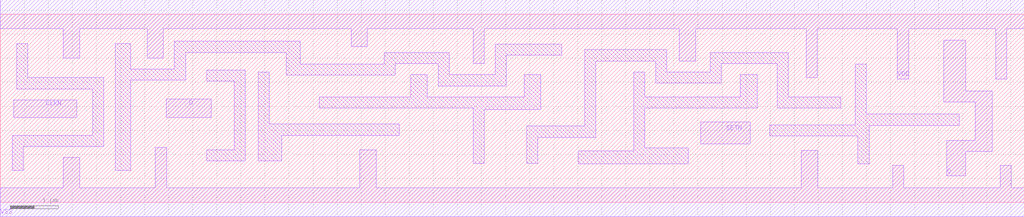
<source format=lef>
# Copyright 2022 GlobalFoundries PDK Authors
#
# Licensed under the Apache License, Version 2.0 (the "License");
# you may not use this file except in compliance with the License.
# You may obtain a copy of the License at
#
#      http://www.apache.org/licenses/LICENSE-2.0
#
# Unless required by applicable law or agreed to in writing, software
# distributed under the License is distributed on an "AS IS" BASIS,
# WITHOUT WARRANTIES OR CONDITIONS OF ANY KIND, either express or implied.
# See the License for the specific language governing permissions and
# limitations under the License.

MACRO gf180mcu_fd_sc_mcu7t5v0__dffnsnq_2
  CLASS core ;
  FOREIGN gf180mcu_fd_sc_mcu7t5v0__dffnsnq_2 0.0 0.0 ;
  ORIGIN 0 0 ;
  SYMMETRY X Y ;
  SITE GF018hv5v_mcu_sc7 ;
  SIZE 21.28 BY 3.92 ;
  PIN D
    DIRECTION INPUT ;
    ANTENNAGATEAREA 0.5305 ;
    PORT
      LAYER Metal1 ;
        POLYGON 3.45 1.77 4.39 1.77 4.39 2.15 3.45 2.15  ;
    END
  END D
  PIN SETN
    DIRECTION INPUT ;
    ANTENNAGATEAREA 1.1565 ;
    PORT
      LAYER Metal1 ;
        POLYGON 14.56 1.22 15.59 1.22 15.59 1.67 14.56 1.67  ;
    END
  END SETN
  PIN CLKN
    DIRECTION INPUT ;
    USE clock ;
    ANTENNAGATEAREA 0.794 ;
    PORT
      LAYER Metal1 ;
        POLYGON 0.28 1.77 1.59 1.77 1.59 2.13 0.28 2.13  ;
    END
  END CLKN
  PIN Q
    DIRECTION OUTPUT ;
    ANTENNADIFFAREA 1.0556 ;
    PORT
      LAYER Metal1 ;
        POLYGON 19.61 2.09 19.93 2.09 20.26 2.09 20.26 1.29 19.665 1.29 19.665 0.55 20.06 0.55 20.06 1.06 20.62 1.06 20.62 2.32 20.06 2.32 20.06 3.38 19.93 3.38 19.61 3.38  ;
    END
  END Q
  PIN VDD
    DIRECTION INOUT ;
    USE power ;
    SHAPE ABUTMENT ;
    PORT
      LAYER Metal1 ;
        POLYGON 0 3.62 1.31 3.62 1.31 3.005 1.65 3.005 1.65 3.62 2.155 3.62 3.05 3.62 3.05 3.005 3.39 3.005 3.39 3.62 7.29 3.62 7.29 3.24 7.63 3.24 7.63 3.62 9.825 3.62 9.825 2.885 10.055 2.885 10.055 3.62 11.67 3.62 14.11 3.62 14.11 2.945 14.45 2.945 14.45 3.62 16.745 3.62 16.745 2.6 16.975 2.6 16.975 3.62 17.47 3.62 18.645 3.62 18.645 2.57 18.875 2.57 18.875 3.62 19.93 3.62 20.685 3.62 20.685 2.57 20.915 2.57 20.915 3.62 21.28 3.62 21.28 4.22 19.93 4.22 17.47 4.22 11.67 4.22 2.155 4.22 0 4.22  ;
    END
  END VDD
  PIN VSS
    DIRECTION INOUT ;
    USE ground ;
    SHAPE ABUTMENT ;
    PORT
      LAYER Metal1 ;
        POLYGON 0 -0.3 21.28 -0.3 21.28 0.3 21.015 0.3 21.015 0.765 20.785 0.765 20.785 0.3 18.775 0.3 18.775 0.765 18.545 0.765 18.545 0.3 16.99 0.3 16.99 1.08 16.65 1.08 16.65 0.3 7.81 0.3 7.81 1.09 7.47 1.09 7.47 0.3 3.455 0.3 3.455 1.145 3.225 1.145 3.225 0.3 1.65 0.3 1.65 0.935 1.31 0.935 1.31 0.3 0 0.3  ;
    END
  END VSS
  OBS
      LAYER Metal1 ;
        POLYGON 0.345 2.36 1.925 2.36 1.925 1.395 0.245 1.395 0.245 0.66 0.475 0.66 0.475 1.165 2.155 1.165 2.155 2.595 0.575 2.595 0.575 3.3 0.345 3.3  ;
        POLYGON 4.29 2.52 4.86 2.52 4.86 1.095 4.29 1.095 4.29 0.865 5.09 0.865 5.09 2.75 4.29 2.75  ;
        POLYGON 5.365 0.865 5.85 0.865 5.85 1.395 8.29 1.395 8.29 1.63 5.595 1.63 5.595 2.71 5.365 2.71  ;
        POLYGON 6.63 1.965 9.825 1.965 9.825 0.81 10.055 0.81 10.055 1.93 11.23 1.93 11.23 2.655 10.89 2.655 10.89 2.195 8.87 2.195 8.87 2.655 8.53 2.655 8.53 2.195 6.63 2.195  ;
        POLYGON 2.385 0.66 2.715 0.66 2.715 2.545 3.85 2.545 3.85 3.12 5.94 3.12 5.94 2.65 8.205 2.65 8.205 2.885 9.1 2.885 9.1 2.425 10.515 2.425 10.515 3.065 11.67 3.065 11.67 3.295 10.285 3.295 10.285 2.655 9.33 2.655 9.33 3.115 7.975 3.115 7.975 2.88 6.23 2.88 6.23 3.36 3.62 3.36 3.62 2.775 2.715 2.775 2.715 3.3 2.385 3.3  ;
        POLYGON 13.395 1.965 15.73 1.965 15.73 2.655 15.38 2.655 15.38 2.195 13.395 2.195 13.395 2.71 13.165 2.71 13.165 1.075 12.01 1.075 12.01 0.795 14.295 0.795 14.295 1.135 13.395 1.135  ;
        POLYGON 10.945 0.81 11.175 0.81 11.175 1.355 12.375 1.355 12.375 2.94 13.625 2.94 13.625 2.48 14.985 2.48 14.985 2.885 16.15 2.885 16.15 1.96 17.47 1.96 17.47 2.195 16.38 2.195 16.38 3.12 14.755 3.12 14.755 2.715 13.855 2.715 13.855 3.175 12.145 3.175 12.145 1.585 10.945 1.585  ;
        POLYGON 15.99 1.385 17.825 1.385 17.825 0.795 18.055 0.795 18.055 1.605 19.93 1.605 19.93 1.835 17.995 1.835 17.995 2.875 17.765 2.875 17.765 1.615 15.99 1.615  ;
  END
END gf180mcu_fd_sc_mcu7t5v0__dffnsnq_2

</source>
